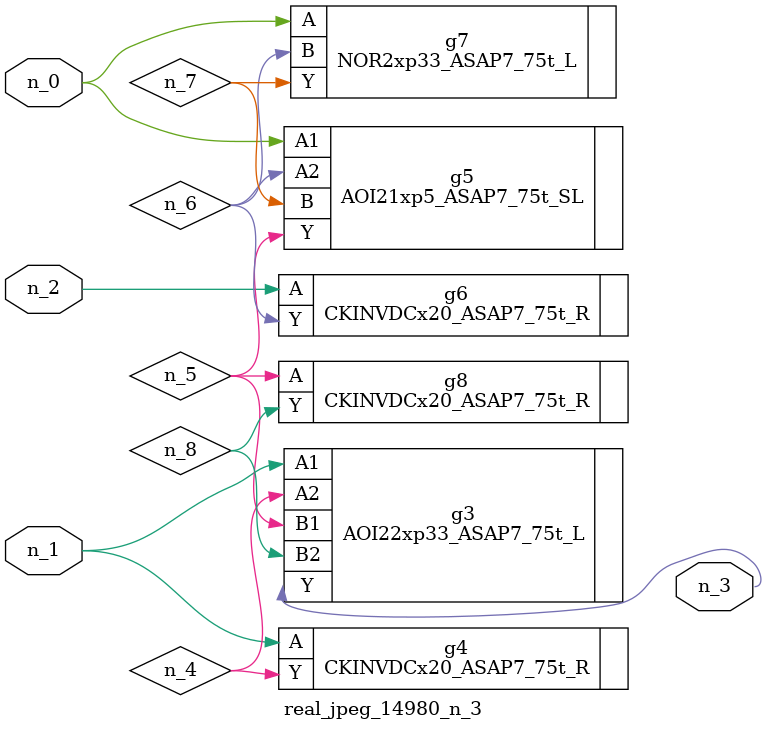
<source format=v>
module real_jpeg_14980_n_3 (n_1, n_0, n_2, n_3);

input n_1;
input n_0;
input n_2;

output n_3;

wire n_5;
wire n_4;
wire n_8;
wire n_6;
wire n_7;

AOI21xp5_ASAP7_75t_SL g5 ( 
.A1(n_0),
.A2(n_6),
.B(n_7),
.Y(n_5)
);

NOR2xp33_ASAP7_75t_L g7 ( 
.A(n_0),
.B(n_6),
.Y(n_7)
);

AOI22xp33_ASAP7_75t_L g3 ( 
.A1(n_1),
.A2(n_4),
.B1(n_5),
.B2(n_8),
.Y(n_3)
);

CKINVDCx20_ASAP7_75t_R g4 ( 
.A(n_1),
.Y(n_4)
);

CKINVDCx20_ASAP7_75t_R g6 ( 
.A(n_2),
.Y(n_6)
);

CKINVDCx20_ASAP7_75t_R g8 ( 
.A(n_5),
.Y(n_8)
);


endmodule
</source>
